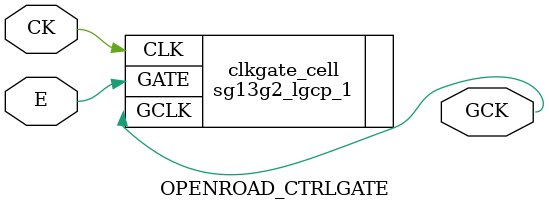
<source format=v>

module OPENROAD_DFFE (D, C, E, Q);
  input D;     // Data input
  input C;     // Clock input
  input E;     // Enable input
  output Q;    // Data output

  wire mux_out;

  // When E=1, pass D; when E=0, pass current Q (feedback for hold)
  sg13g2_mux2_1 enable_mux (.A0(Q), .A1(D), .S(E), .X(mux_out));

  // DFF with RESET_B tied high for no reset
  sg13g2_dfrbp_1 dff_cell (.D(mux_out), .CLK(C), .RESET_B(1'b1), .Q(Q), .Q_N());

endmodule

// Generic OPENROAD XOR gate mapped to IHP SG13G2 XOR
module OPENROAD_CLKXOR (A, B, Y);
  input A;     // Input A
  input B;     // Input B
  output Y;    // Output Y = A ^ B

  sg13g2_xor2_1 xor_cell (.A(A), .B(B), .X(Y));

endmodule

// Generic OPENROAD clock buffer mapped to IHP SG13G2 buffer
module OPENROAD_CLKBUF (A, Y);
  input A;     // Input
  output Y;    // Output Y = A

  sg13g2_buf_2 buf_cell (.A(A), .X(Y));

endmodule

// Generic OPENROAD clock inverter mapped to IHP SG13G2 inverter
module OPENROAD_CLKINV (A, Y);
  input A;     // Input
  output Y;    // Output Y = ~A

  sg13g2_inv_2 inv_cell (.A(A), .Y(Y));

endmodule

// Custom clock gate module that directly uses sg13g2_lgcp_1
// This bypasses the OPENROAD_CLKGATE define issues
module OPENROAD_CTRLGATE (CK, E, GCK);
  input CK;   // Clock input
  input E;    // Enable input
  output GCK; // Gated clock output

  sg13g2_lgcp_1 clkgate_cell (.CLK(CK), .GATE(E), .GCLK(GCK));

endmodule


</source>
